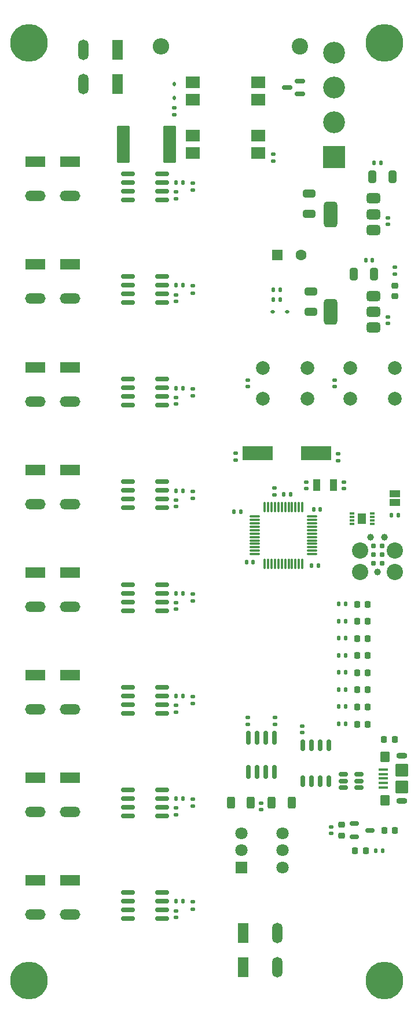
<source format=gbr>
%TF.GenerationSoftware,KiCad,Pcbnew,8.0.8+1*%
%TF.CreationDate,2025-02-28T15:38:28+00:00*%
%TF.ProjectId,belegt,62656c65-6774-42e6-9b69-6361645f7063,rev?*%
%TF.SameCoordinates,Original*%
%TF.FileFunction,Soldermask,Top*%
%TF.FilePolarity,Negative*%
%FSLAX46Y46*%
G04 Gerber Fmt 4.6, Leading zero omitted, Abs format (unit mm)*
G04 Created by KiCad (PCBNEW 8.0.8+1) date 2025-02-28 15:38:28*
%MOMM*%
%LPD*%
G01*
G04 APERTURE LIST*
G04 Aperture macros list*
%AMRoundRect*
0 Rectangle with rounded corners*
0 $1 Rounding radius*
0 $2 $3 $4 $5 $6 $7 $8 $9 X,Y pos of 4 corners*
0 Add a 4 corners polygon primitive as box body*
4,1,4,$2,$3,$4,$5,$6,$7,$8,$9,$2,$3,0*
0 Add four circle primitives for the rounded corners*
1,1,$1+$1,$2,$3*
1,1,$1+$1,$4,$5*
1,1,$1+$1,$6,$7*
1,1,$1+$1,$8,$9*
0 Add four rect primitives between the rounded corners*
20,1,$1+$1,$2,$3,$4,$5,0*
20,1,$1+$1,$4,$5,$6,$7,0*
20,1,$1+$1,$6,$7,$8,$9,0*
20,1,$1+$1,$8,$9,$2,$3,0*%
G04 Aperture macros list end*
%ADD10RoundRect,0.140000X-0.140000X-0.170000X0.140000X-0.170000X0.140000X0.170000X-0.140000X0.170000X0*%
%ADD11RoundRect,0.140000X0.170000X-0.140000X0.170000X0.140000X-0.170000X0.140000X-0.170000X-0.140000X0*%
%ADD12RoundRect,0.150000X-0.825000X-0.150000X0.825000X-0.150000X0.825000X0.150000X-0.825000X0.150000X0*%
%ADD13R,3.000000X1.500000*%
%ADD14O,3.000000X1.500000*%
%ADD15C,2.000000*%
%ADD16RoundRect,0.135000X0.135000X0.185000X-0.135000X0.185000X-0.135000X-0.185000X0.135000X-0.185000X0*%
%ADD17RoundRect,0.150000X0.150000X-0.675000X0.150000X0.675000X-0.150000X0.675000X-0.150000X-0.675000X0*%
%ADD18RoundRect,0.112500X-0.187500X-0.112500X0.187500X-0.112500X0.187500X0.112500X-0.187500X0.112500X0*%
%ADD19C,5.500000*%
%ADD20RoundRect,0.135000X-0.135000X-0.185000X0.135000X-0.185000X0.135000X0.185000X-0.135000X0.185000X0*%
%ADD21C,2.374900*%
%ADD22C,0.990600*%
%ADD23C,0.787400*%
%ADD24RoundRect,0.218750X-0.256250X0.218750X-0.256250X-0.218750X0.256250X-0.218750X0.256250X0.218750X0*%
%ADD25R,1.000000X1.800000*%
%ADD26RoundRect,0.140000X-0.170000X0.140000X-0.170000X-0.140000X0.170000X-0.140000X0.170000X0.140000X0*%
%ADD27RoundRect,0.218750X-0.218750X-0.256250X0.218750X-0.256250X0.218750X0.256250X-0.218750X0.256250X0*%
%ADD28RoundRect,0.250000X0.650000X-0.325000X0.650000X0.325000X-0.650000X0.325000X-0.650000X-0.325000X0*%
%ADD29RoundRect,0.112500X-0.112500X0.187500X-0.112500X-0.187500X0.112500X-0.187500X0.112500X0.187500X0*%
%ADD30RoundRect,0.250000X-0.712500X-2.475000X0.712500X-2.475000X0.712500X2.475000X-0.712500X2.475000X0*%
%ADD31RoundRect,0.150000X0.587500X0.150000X-0.587500X0.150000X-0.587500X-0.150000X0.587500X-0.150000X0*%
%ADD32RoundRect,0.250000X0.325000X0.650000X-0.325000X0.650000X-0.325000X-0.650000X0.325000X-0.650000X0*%
%ADD33R,1.500000X3.000000*%
%ADD34O,1.500000X3.000000*%
%ADD35R,2.000000X1.780000*%
%ADD36RoundRect,0.150000X-0.512500X-0.150000X0.512500X-0.150000X0.512500X0.150000X-0.512500X0.150000X0*%
%ADD37RoundRect,0.150000X-0.150000X0.825000X-0.150000X-0.825000X0.150000X-0.825000X0.150000X0.825000X0*%
%ADD38RoundRect,0.075000X-0.075000X0.662500X-0.075000X-0.662500X0.075000X-0.662500X0.075000X0.662500X0*%
%ADD39RoundRect,0.075000X-0.662500X0.075000X-0.662500X-0.075000X0.662500X-0.075000X0.662500X0.075000X0*%
%ADD40RoundRect,0.140000X0.140000X0.170000X-0.140000X0.170000X-0.140000X-0.170000X0.140000X-0.170000X0*%
%ADD41RoundRect,0.135000X0.185000X-0.135000X0.185000X0.135000X-0.185000X0.135000X-0.185000X-0.135000X0*%
%ADD42RoundRect,0.250000X0.312500X0.625000X-0.312500X0.625000X-0.312500X-0.625000X0.312500X-0.625000X0*%
%ADD43R,1.600000X1.600000*%
%ADD44C,1.600000*%
%ADD45RoundRect,0.100000X0.575000X-0.100000X0.575000X0.100000X-0.575000X0.100000X-0.575000X-0.100000X0*%
%ADD46O,1.600000X0.900000*%
%ADD47RoundRect,0.250000X0.450000X-0.550000X0.450000X0.550000X-0.450000X0.550000X-0.450000X-0.550000X0*%
%ADD48RoundRect,0.250000X0.700000X-0.700000X0.700000X0.700000X-0.700000X0.700000X-0.700000X-0.700000X0*%
%ADD49RoundRect,0.375000X0.625000X0.375000X-0.625000X0.375000X-0.625000X-0.375000X0.625000X-0.375000X0*%
%ADD50RoundRect,0.500000X0.500000X1.400000X-0.500000X1.400000X-0.500000X-1.400000X0.500000X-1.400000X0*%
%ADD51RoundRect,0.225000X-0.225000X-0.250000X0.225000X-0.250000X0.225000X0.250000X-0.225000X0.250000X0*%
%ADD52RoundRect,0.135000X-0.185000X0.135000X-0.185000X-0.135000X0.185000X-0.135000X0.185000X0.135000X0*%
%ADD53R,4.500000X2.000000*%
%ADD54R,3.200000X3.200000*%
%ADD55C,3.200000*%
%ADD56RoundRect,0.218750X0.218750X0.256250X-0.218750X0.256250X-0.218750X-0.256250X0.218750X-0.256250X0*%
%ADD57C,2.400000*%
%ADD58O,2.400000X2.400000*%
%ADD59RoundRect,0.225000X0.250000X-0.225000X0.250000X0.225000X-0.250000X0.225000X-0.250000X-0.225000X0*%
%ADD60R,0.750000X0.300000*%
%ADD61R,1.300000X1.500000*%
%ADD62R,1.500000X1.000000*%
%ADD63RoundRect,0.250000X-0.325000X-0.650000X0.325000X-0.650000X0.325000X0.650000X-0.325000X0.650000X0*%
%ADD64R,1.800000X1.800000*%
%ADD65C,1.800000*%
G04 APERTURE END LIST*
D10*
%TO.C,C105*%
X125670000Y-102112500D03*
X126630000Y-102112500D03*
%TD*%
D11*
%TO.C,C304*%
X124000000Y-134730000D03*
X124000000Y-133770000D03*
%TD*%
D12*
%TO.C,U208*%
X98525000Y-158095000D03*
X98525000Y-159365000D03*
X98525000Y-160635000D03*
X98525000Y-161905000D03*
X103475000Y-161905000D03*
X103475000Y-160635000D03*
X103475000Y-159365000D03*
X103475000Y-158095000D03*
%TD*%
D13*
%TO.C,J202*%
X90000000Y-66350000D03*
X85000000Y-66350000D03*
D14*
X90000000Y-71350000D03*
X85000000Y-71350000D03*
%TD*%
D13*
%TO.C,J207*%
X90000000Y-141350000D03*
X85000000Y-141350000D03*
D14*
X90000000Y-146350000D03*
X85000000Y-146350000D03*
%TD*%
D10*
%TO.C,C106*%
X125370000Y-110312500D03*
X126330000Y-110312500D03*
%TD*%
D15*
%TO.C,SW103*%
X131000000Y-81500000D03*
X137500000Y-81500000D03*
X131000000Y-86000000D03*
X137500000Y-86000000D03*
%TD*%
D16*
%TO.C,R402*%
X130335000Y-130955000D03*
X129315000Y-130955000D03*
%TD*%
D15*
%TO.C,SW102*%
X118250000Y-81500000D03*
X124750000Y-81500000D03*
X118250000Y-86000000D03*
X124750000Y-86000000D03*
%TD*%
D17*
%TO.C,U302*%
X124095000Y-141875000D03*
X125365000Y-141875000D03*
X126635000Y-141875000D03*
X127905000Y-141875000D03*
X127905000Y-136625000D03*
X126635000Y-136625000D03*
X125365000Y-136625000D03*
X124095000Y-136625000D03*
%TD*%
D18*
%TO.C,D104*%
X119700000Y-73250000D03*
X121800000Y-73250000D03*
%TD*%
D19*
%TO.C,H103*%
X136000000Y-34000000D03*
%TD*%
D20*
%TO.C,R201*%
X105490000Y-54400000D03*
X106510000Y-54400000D03*
%TD*%
D21*
%TO.C,J102*%
X132460000Y-111290000D03*
D22*
X135000000Y-111290000D03*
D21*
X137540000Y-111290000D03*
X132460000Y-108115000D03*
X137540000Y-108115000D03*
D22*
X133984000Y-106210000D03*
X136016000Y-106210000D03*
D23*
X135635000Y-110020000D03*
X134365000Y-110020000D03*
X135635000Y-108750000D03*
X134365000Y-108750000D03*
X135635000Y-107480000D03*
X134365000Y-107480000D03*
%TD*%
D20*
%TO.C,R215*%
X105490000Y-159400000D03*
X106510000Y-159400000D03*
%TD*%
D12*
%TO.C,U203*%
X98525000Y-83095000D03*
X98525000Y-84365000D03*
X98525000Y-85635000D03*
X98525000Y-86905000D03*
X103475000Y-86905000D03*
X103475000Y-85635000D03*
X103475000Y-84365000D03*
X103475000Y-83095000D03*
%TD*%
D13*
%TO.C,J208*%
X90000000Y-156350000D03*
X85000000Y-156350000D03*
D14*
X90000000Y-161350000D03*
X85000000Y-161350000D03*
%TD*%
D24*
%TO.C,D101*%
X137500000Y-69425000D03*
X137500000Y-71000000D03*
%TD*%
D25*
%TO.C,Y102*%
X126100000Y-98612500D03*
X128600000Y-98612500D03*
%TD*%
D26*
%TO.C,C206*%
X105500000Y-130770000D03*
X105500000Y-131730000D03*
%TD*%
D16*
%TO.C,R401*%
X130335000Y-133455000D03*
X129315000Y-133455000D03*
%TD*%
D27*
%TO.C,D402*%
X132000000Y-131000000D03*
X133575000Y-131000000D03*
%TD*%
D28*
%TO.C,C211*%
X125000000Y-58975000D03*
X125000000Y-56025000D03*
%TD*%
D16*
%TO.C,R408*%
X130335000Y-115955000D03*
X129315000Y-115955000D03*
%TD*%
D26*
%TO.C,C202*%
X105500000Y-70770000D03*
X105500000Y-71730000D03*
%TD*%
D11*
%TO.C,C303*%
X128250000Y-149460000D03*
X128250000Y-148500000D03*
%TD*%
D26*
%TO.C,C203*%
X105500000Y-85770000D03*
X105500000Y-86730000D03*
%TD*%
D10*
%TO.C,C210*%
X134520000Y-51500000D03*
X135480000Y-51500000D03*
%TD*%
D29*
%TO.C,D103*%
X105250000Y-39950000D03*
X105250000Y-42050000D03*
%TD*%
D30*
%TO.C,F101*%
X97862500Y-48750000D03*
X104637500Y-48750000D03*
%TD*%
D31*
%TO.C,Q101*%
X123625000Y-41450000D03*
X123625000Y-39550000D03*
X121750000Y-40500000D03*
%TD*%
D32*
%TO.C,C101*%
X134475000Y-67750000D03*
X131525000Y-67750000D03*
%TD*%
D33*
%TO.C,J103*%
X115350000Y-164000000D03*
X115350000Y-169000000D03*
D34*
X120350000Y-164000000D03*
X120350000Y-169000000D03*
%TD*%
D27*
%TO.C,D406*%
X132000000Y-121000000D03*
X133575000Y-121000000D03*
%TD*%
D35*
%TO.C,U102*%
X107985000Y-39730000D03*
X107985000Y-42270000D03*
X117515000Y-42270000D03*
X117515000Y-39730000D03*
%TD*%
D20*
%TO.C,R202*%
X105490000Y-69400000D03*
X106510000Y-69400000D03*
%TD*%
D12*
%TO.C,U202*%
X98525000Y-68095000D03*
X98525000Y-69365000D03*
X98525000Y-70635000D03*
X98525000Y-71905000D03*
X103475000Y-71905000D03*
X103475000Y-70635000D03*
X103475000Y-69365000D03*
X103475000Y-68095000D03*
%TD*%
D16*
%TO.C,R405*%
X130335000Y-123455000D03*
X129315000Y-123455000D03*
%TD*%
D26*
%TO.C,C208*%
X105500000Y-160770000D03*
X105500000Y-161730000D03*
%TD*%
D20*
%TO.C,R203*%
X105490000Y-84400000D03*
X106510000Y-84400000D03*
%TD*%
D36*
%TO.C,U301*%
X131612500Y-148050000D03*
X131612500Y-149950000D03*
X133887500Y-149000000D03*
%TD*%
D16*
%TO.C,R301*%
X135760000Y-152000000D03*
X134740000Y-152000000D03*
%TD*%
D12*
%TO.C,U205*%
X98525000Y-113095000D03*
X98525000Y-114365000D03*
X98525000Y-115635000D03*
X98525000Y-116905000D03*
X103475000Y-116905000D03*
X103475000Y-115635000D03*
X103475000Y-114365000D03*
X103475000Y-113095000D03*
%TD*%
D37*
%TO.C,U105*%
X119905000Y-135525000D03*
X118635000Y-135525000D03*
X117365000Y-135525000D03*
X116095000Y-135525000D03*
X116095000Y-140475000D03*
X117365000Y-140475000D03*
X118635000Y-140475000D03*
X119905000Y-140475000D03*
%TD*%
D19*
%TO.C,H101*%
X84000000Y-34000000D03*
%TD*%
D38*
%TO.C,U104*%
X124000000Y-101750000D03*
X123500000Y-101750000D03*
X123000000Y-101750000D03*
X122500000Y-101750000D03*
X122000000Y-101750000D03*
X121500000Y-101750000D03*
X121000000Y-101750000D03*
X120500000Y-101750000D03*
X120000000Y-101750000D03*
X119500000Y-101750000D03*
X119000000Y-101750000D03*
X118500000Y-101750000D03*
D39*
X117087500Y-103162500D03*
X117087500Y-103662500D03*
X117087500Y-104162500D03*
X117087500Y-104662500D03*
X117087500Y-105162500D03*
X117087500Y-105662500D03*
X117087500Y-106162500D03*
X117087500Y-106662500D03*
X117087500Y-107162500D03*
X117087500Y-107662500D03*
X117087500Y-108162500D03*
X117087500Y-108662500D03*
D38*
X118500000Y-110075000D03*
X119000000Y-110075000D03*
X119500000Y-110075000D03*
X120000000Y-110075000D03*
X120500000Y-110075000D03*
X121000000Y-110075000D03*
X121500000Y-110075000D03*
X122000000Y-110075000D03*
X122500000Y-110075000D03*
X123000000Y-110075000D03*
X123500000Y-110075000D03*
X124000000Y-110075000D03*
D39*
X125412500Y-108662500D03*
X125412500Y-108162500D03*
X125412500Y-107662500D03*
X125412500Y-107162500D03*
X125412500Y-106662500D03*
X125412500Y-106162500D03*
X125412500Y-105662500D03*
X125412500Y-105162500D03*
X125412500Y-104662500D03*
X125412500Y-104162500D03*
X125412500Y-103662500D03*
X125412500Y-103162500D03*
%TD*%
D40*
%TO.C,C108*%
X116830000Y-109812500D03*
X115870000Y-109812500D03*
%TD*%
D27*
%TO.C,D403*%
X132000000Y-128500000D03*
X133575000Y-128500000D03*
%TD*%
D41*
%TO.C,R214*%
X108000000Y-145510000D03*
X108000000Y-144490000D03*
%TD*%
D16*
%TO.C,R403*%
X130335000Y-128455000D03*
X129315000Y-128455000D03*
%TD*%
D42*
%TO.C,R110*%
X122462500Y-145000000D03*
X119537500Y-145000000D03*
%TD*%
D41*
%TO.C,R106*%
X119750000Y-51260000D03*
X119750000Y-50240000D03*
%TD*%
D42*
%TO.C,R112*%
X116462500Y-145000000D03*
X113537500Y-145000000D03*
%TD*%
D41*
%TO.C,R210*%
X108000000Y-100510000D03*
X108000000Y-99490000D03*
%TD*%
D27*
%TO.C,D404*%
X132000000Y-126000000D03*
X133575000Y-126000000D03*
%TD*%
D16*
%TO.C,R107*%
X122270000Y-99912500D03*
X121250000Y-99912500D03*
%TD*%
%TO.C,R404*%
X130335000Y-125955000D03*
X129315000Y-125955000D03*
%TD*%
D11*
%TO.C,C109*%
X129250000Y-94992500D03*
X129250000Y-94032500D03*
%TD*%
D27*
%TO.C,D407*%
X132000000Y-118500000D03*
X133575000Y-118500000D03*
%TD*%
D13*
%TO.C,J206*%
X90000000Y-126350000D03*
X85000000Y-126350000D03*
D14*
X90000000Y-131350000D03*
X85000000Y-131350000D03*
%TD*%
D11*
%TO.C,C117*%
X128750000Y-84210000D03*
X128750000Y-83250000D03*
%TD*%
D41*
%TO.C,R205*%
X108000000Y-70510000D03*
X108000000Y-69490000D03*
%TD*%
D16*
%TO.C,R104*%
X115010000Y-102500000D03*
X113990000Y-102500000D03*
%TD*%
D13*
%TO.C,J205*%
X90000000Y-111350000D03*
X85000000Y-111350000D03*
D14*
X90000000Y-116350000D03*
X85000000Y-116350000D03*
%TD*%
D11*
%TO.C,C113*%
X114250000Y-94892500D03*
X114250000Y-93932500D03*
%TD*%
D13*
%TO.C,J201*%
X90000000Y-51350000D03*
X85000000Y-51350000D03*
D14*
X90000000Y-56350000D03*
X85000000Y-56350000D03*
%TD*%
D13*
%TO.C,J203*%
X90000000Y-81350000D03*
X85000000Y-81350000D03*
D14*
X90000000Y-86350000D03*
X85000000Y-86350000D03*
%TD*%
D10*
%TO.C,C110*%
X119790000Y-71500000D03*
X120750000Y-71500000D03*
%TD*%
D43*
%TO.C,C111*%
X120347349Y-65000000D03*
D44*
X123847349Y-65000000D03*
%TD*%
D45*
%TO.C,J301*%
X135875000Y-142750000D03*
X135875000Y-142100000D03*
X135875000Y-141450000D03*
X135875000Y-140800000D03*
X135875000Y-140150000D03*
D46*
X138550000Y-144750000D03*
D47*
X136100000Y-144650000D03*
D48*
X138550000Y-142650000D03*
X138550000Y-140250000D03*
D47*
X136100000Y-138250000D03*
D46*
X138550000Y-138150000D03*
%TD*%
D41*
%TO.C,R111*%
X116000000Y-133510000D03*
X116000000Y-132490000D03*
%TD*%
D49*
%TO.C,U209*%
X134400000Y-61300000D03*
X134400000Y-59000000D03*
D50*
X128100000Y-59000000D03*
D49*
X134400000Y-56700000D03*
%TD*%
D41*
%TO.C,R206*%
X108000000Y-85510000D03*
X108000000Y-84490000D03*
%TD*%
D12*
%TO.C,U207*%
X98525000Y-143095000D03*
X98525000Y-144365000D03*
X98525000Y-145635000D03*
X98525000Y-146905000D03*
X103475000Y-146905000D03*
X103475000Y-145635000D03*
X103475000Y-144365000D03*
X103475000Y-143095000D03*
%TD*%
D51*
%TO.C,C301*%
X135975000Y-149000000D03*
X137525000Y-149000000D03*
%TD*%
D16*
%TO.C,R407*%
X130335000Y-118455000D03*
X129315000Y-118455000D03*
%TD*%
D26*
%TO.C,C201*%
X105500000Y-55770000D03*
X105500000Y-56730000D03*
%TD*%
D19*
%TO.C,H104*%
X136000000Y-171000000D03*
%TD*%
D52*
%TO.C,R101*%
X105250000Y-43490000D03*
X105250000Y-44510000D03*
%TD*%
D53*
%TO.C,Y101*%
X117500000Y-93912500D03*
X126000000Y-93912500D03*
%TD*%
D12*
%TO.C,U206*%
X98525000Y-128095000D03*
X98525000Y-129365000D03*
X98525000Y-130635000D03*
X98525000Y-131905000D03*
X103475000Y-131905000D03*
X103475000Y-130635000D03*
X103475000Y-129365000D03*
X103475000Y-128095000D03*
%TD*%
D20*
%TO.C,R105*%
X119730000Y-70000000D03*
X120750000Y-70000000D03*
%TD*%
D27*
%TO.C,FB301*%
X135962500Y-135750000D03*
X137537500Y-135750000D03*
%TD*%
D19*
%TO.C,H102*%
X84000000Y-171000000D03*
%TD*%
D41*
%TO.C,R102*%
X137495000Y-67762500D03*
X137495000Y-66742500D03*
%TD*%
D16*
%TO.C,R103*%
X138010000Y-103000000D03*
X136990000Y-103000000D03*
%TD*%
D54*
%TO.C,D102*%
X128650000Y-50650000D03*
D55*
X128650000Y-45570000D03*
X128650000Y-40490000D03*
X128650000Y-35410000D03*
%TD*%
D56*
%TO.C,D301*%
X133287500Y-152000000D03*
X131712500Y-152000000D03*
%TD*%
D12*
%TO.C,U201*%
X98525000Y-53095000D03*
X98525000Y-54365000D03*
X98525000Y-55635000D03*
X98525000Y-56905000D03*
X103475000Y-56905000D03*
X103475000Y-55635000D03*
X103475000Y-54365000D03*
X103475000Y-53095000D03*
%TD*%
D41*
%TO.C,R212*%
X108000000Y-130510000D03*
X108000000Y-129490000D03*
%TD*%
%TO.C,R211*%
X108000000Y-115510000D03*
X108000000Y-114490000D03*
%TD*%
D20*
%TO.C,R213*%
X105490000Y-144400000D03*
X106510000Y-144400000D03*
%TD*%
D57*
%TO.C,R108*%
X123660000Y-34500000D03*
D58*
X103340000Y-34500000D03*
%TD*%
D40*
%TO.C,C102*%
X134230000Y-65750000D03*
X133270000Y-65750000D03*
%TD*%
D33*
%TO.C,J101*%
X97000000Y-40000000D03*
X97000000Y-35000000D03*
D34*
X92000000Y-40000000D03*
X92000000Y-35000000D03*
%TD*%
D59*
%TO.C,C302*%
X129750000Y-149775000D03*
X129750000Y-148225000D03*
%TD*%
D11*
%TO.C,C107*%
X119950000Y-99992500D03*
X119950000Y-99032500D03*
%TD*%
D60*
%TO.C,U106*%
X134200000Y-104250000D03*
X134200000Y-103750000D03*
X134200000Y-103250000D03*
X134200000Y-102750000D03*
X131300000Y-102750000D03*
X131300000Y-103250000D03*
X131300000Y-103750000D03*
X131300000Y-104250000D03*
D61*
X132750000Y-103500000D03*
%TD*%
D13*
%TO.C,J204*%
X90000000Y-96350000D03*
X85000000Y-96350000D03*
D14*
X90000000Y-101350000D03*
X85000000Y-101350000D03*
%TD*%
D26*
%TO.C,C212*%
X136500000Y-59520000D03*
X136500000Y-60480000D03*
%TD*%
D16*
%TO.C,R406*%
X130335000Y-120955000D03*
X129315000Y-120955000D03*
%TD*%
D11*
%TO.C,C115*%
X118000000Y-145980000D03*
X118000000Y-145020000D03*
%TD*%
D36*
%TO.C,U303*%
X130000000Y-140850000D03*
X130000000Y-141800000D03*
X130000000Y-142750000D03*
X132275000Y-142750000D03*
X132275000Y-141800000D03*
X132275000Y-140850000D03*
%TD*%
D35*
%TO.C,U103*%
X117515000Y-50020000D03*
X117515000Y-47480000D03*
X107985000Y-47480000D03*
X107985000Y-50020000D03*
%TD*%
D27*
%TO.C,D401*%
X132000000Y-133500000D03*
X133575000Y-133500000D03*
%TD*%
D26*
%TO.C,C205*%
X105500000Y-115770000D03*
X105500000Y-116730000D03*
%TD*%
D41*
%TO.C,R216*%
X108000000Y-160510000D03*
X108000000Y-159490000D03*
%TD*%
D26*
%TO.C,C207*%
X105500000Y-145770000D03*
X105500000Y-146730000D03*
%TD*%
D27*
%TO.C,D405*%
X132000000Y-123500000D03*
X133575000Y-123500000D03*
%TD*%
D20*
%TO.C,R208*%
X105490000Y-114400000D03*
X106510000Y-114400000D03*
%TD*%
D41*
%TO.C,R109*%
X120000000Y-133510000D03*
X120000000Y-132490000D03*
%TD*%
D49*
%TO.C,U101*%
X134400000Y-75550000D03*
X134400000Y-73250000D03*
D50*
X128100000Y-73250000D03*
D49*
X134400000Y-70950000D03*
%TD*%
D26*
%TO.C,C112*%
X130050000Y-98132500D03*
X130050000Y-99092500D03*
%TD*%
D11*
%TO.C,C116*%
X116000000Y-84210000D03*
X116000000Y-83250000D03*
%TD*%
D26*
%TO.C,C204*%
X105500000Y-100770000D03*
X105500000Y-101730000D03*
%TD*%
%TO.C,C114*%
X124550000Y-98132500D03*
X124550000Y-99092500D03*
%TD*%
D27*
%TO.C,D408*%
X132000000Y-116000000D03*
X133575000Y-116000000D03*
%TD*%
D62*
%TO.C,JP101*%
X137500000Y-101150000D03*
X137500000Y-99850000D03*
%TD*%
D63*
%TO.C,C209*%
X134275000Y-53500000D03*
X137225000Y-53500000D03*
%TD*%
D41*
%TO.C,R204*%
X108000000Y-55510000D03*
X108000000Y-54490000D03*
%TD*%
D12*
%TO.C,U204*%
X98525000Y-98095000D03*
X98525000Y-99365000D03*
X98525000Y-100635000D03*
X98525000Y-101905000D03*
X103475000Y-101905000D03*
X103475000Y-100635000D03*
X103475000Y-99365000D03*
X103475000Y-98095000D03*
%TD*%
D20*
%TO.C,R207*%
X105490000Y-99400000D03*
X106510000Y-99400000D03*
%TD*%
%TO.C,R209*%
X105490000Y-129400000D03*
X106510000Y-129400000D03*
%TD*%
D64*
%TO.C,SW101*%
X115077500Y-154422500D03*
D65*
X115077500Y-151922500D03*
X115077500Y-149422500D03*
X121077500Y-154422500D03*
X121077500Y-151922500D03*
X121077500Y-149422500D03*
%TD*%
D26*
%TO.C,C104*%
X136500000Y-74020000D03*
X136500000Y-74980000D03*
%TD*%
D28*
%TO.C,C103*%
X125250000Y-73225000D03*
X125250000Y-70275000D03*
%TD*%
M02*

</source>
